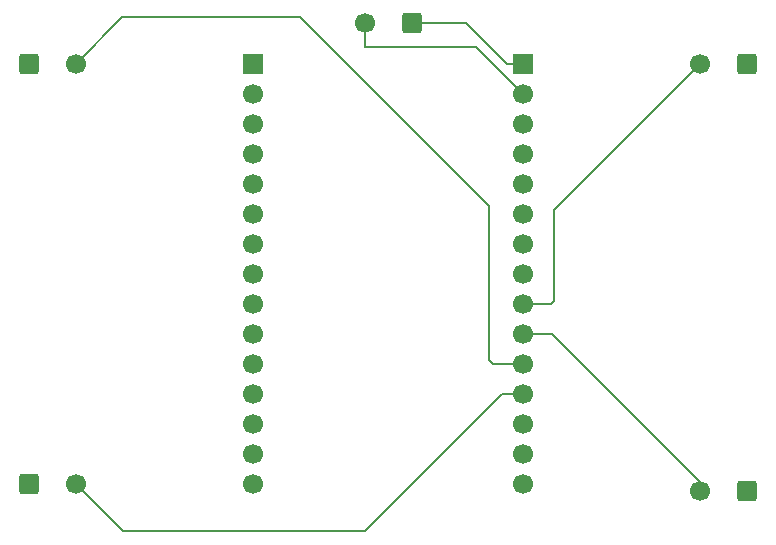
<source format=gbr>
%TF.GenerationSoftware,KiCad,Pcbnew,9.0.2*%
%TF.CreationDate,2025-06-07T15:03:37+08:00*%
%TF.ProjectId,fks-0,666b732d-302e-46b6-9963-61645f706362,rev?*%
%TF.SameCoordinates,Original*%
%TF.FileFunction,Copper,L1,Top*%
%TF.FilePolarity,Positive*%
%FSLAX46Y46*%
G04 Gerber Fmt 4.6, Leading zero omitted, Abs format (unit mm)*
G04 Created by KiCad (PCBNEW 9.0.2) date 2025-06-07 15:03:37*
%MOMM*%
%LPD*%
G01*
G04 APERTURE LIST*
G04 Aperture macros list*
%AMRoundRect*
0 Rectangle with rounded corners*
0 $1 Rounding radius*
0 $2 $3 $4 $5 $6 $7 $8 $9 X,Y pos of 4 corners*
0 Add a 4 corners polygon primitive as box body*
4,1,4,$2,$3,$4,$5,$6,$7,$8,$9,$2,$3,0*
0 Add four circle primitives for the rounded corners*
1,1,$1+$1,$2,$3*
1,1,$1+$1,$4,$5*
1,1,$1+$1,$6,$7*
1,1,$1+$1,$8,$9*
0 Add four rect primitives between the rounded corners*
20,1,$1+$1,$2,$3,$4,$5,0*
20,1,$1+$1,$4,$5,$6,$7,0*
20,1,$1+$1,$6,$7,$8,$9,0*
20,1,$1+$1,$8,$9,$2,$3,0*%
G04 Aperture macros list end*
%TA.AperFunction,ComponentPad*%
%ADD10C,1.700000*%
%TD*%
%TA.AperFunction,ComponentPad*%
%ADD11RoundRect,0.250000X0.600000X0.600000X-0.600000X0.600000X-0.600000X-0.600000X0.600000X-0.600000X0*%
%TD*%
%TA.AperFunction,ComponentPad*%
%ADD12R,1.700000X1.700000*%
%TD*%
%TA.AperFunction,ComponentPad*%
%ADD13RoundRect,0.250000X-0.600000X-0.600000X0.600000X-0.600000X0.600000X0.600000X-0.600000X0.600000X0*%
%TD*%
%TA.AperFunction,Conductor*%
%ADD14C,0.200000*%
%TD*%
G04 APERTURE END LIST*
D10*
%TO.P,M4,1,+*%
%TO.N,/D35*%
X62140000Y-143940000D03*
D11*
%TO.P,M4,2,-*%
%TO.N,/GND*%
X58140000Y-143940000D03*
%TD*%
D12*
%TO.P,J1,1,Pin_1*%
%TO.N,/3V3*%
X77140000Y-143940000D03*
D10*
%TO.P,J1,2,Pin_2*%
%TO.N,/GND*%
X77140000Y-146480000D03*
%TO.P,J1,3,Pin_3*%
%TO.N,unconnected-(J1-Pin_3-Pad3)*%
X77140000Y-149020000D03*
%TO.P,J1,4,Pin_4*%
%TO.N,unconnected-(J1-Pin_4-Pad4)*%
X77140000Y-151560000D03*
%TO.P,J1,5,Pin_5*%
%TO.N,unconnected-(J1-Pin_5-Pad5)*%
X77140000Y-154100000D03*
%TO.P,J1,6,Pin_6*%
%TO.N,unconnected-(J1-Pin_6-Pad6)*%
X77140000Y-156640000D03*
%TO.P,J1,7,Pin_7*%
%TO.N,unconnected-(J1-Pin_7-Pad7)*%
X77140000Y-159180000D03*
%TO.P,J1,8,Pin_8*%
%TO.N,unconnected-(J1-Pin_8-Pad8)*%
X77140000Y-161720000D03*
%TO.P,J1,9,Pin_9*%
%TO.N,unconnected-(J1-Pin_9-Pad9)*%
X77140000Y-164260000D03*
%TO.P,J1,10,Pin_10*%
%TO.N,unconnected-(J1-Pin_10-Pad10)*%
X77140000Y-166800000D03*
%TO.P,J1,11,Pin_11*%
%TO.N,unconnected-(J1-Pin_11-Pad11)*%
X77140000Y-169340000D03*
%TO.P,J1,12,Pin_12*%
%TO.N,unconnected-(J1-Pin_12-Pad12)*%
X77140000Y-171880000D03*
%TO.P,J1,13,Pin_13*%
%TO.N,unconnected-(J1-Pin_13-Pad13)*%
X77140000Y-174420000D03*
%TO.P,J1,14,Pin_14*%
%TO.N,unconnected-(J1-Pin_14-Pad14)*%
X77140000Y-176960000D03*
%TO.P,J1,15,Pin_15*%
%TO.N,unconnected-(J1-Pin_15-Pad15)*%
X77140000Y-179500000D03*
%TD*%
D11*
%TO.P,M3,1,+*%
%TO.N,/GND*%
X118990000Y-180100000D03*
D10*
%TO.P,M3,2,-*%
%TO.N,/D32*%
X114990000Y-180100000D03*
%TD*%
D13*
%TO.P,M1,1,+*%
%TO.N,/GND*%
X58140000Y-179500000D03*
D10*
%TO.P,M1,2,-*%
%TO.N,/D34*%
X62140000Y-179500000D03*
%TD*%
D12*
%TO.P,J2,1,Pin_1*%
%TO.N,/VIN*%
X100000000Y-143940000D03*
D10*
%TO.P,J2,2,Pin_2*%
%TO.N,/GND*%
X100000000Y-146480000D03*
%TO.P,J2,3,Pin_3*%
%TO.N,unconnected-(J2-Pin_3-Pad3)*%
X100000000Y-149020000D03*
%TO.P,J2,4,Pin_4*%
%TO.N,unconnected-(J2-Pin_4-Pad4)*%
X100000000Y-151560000D03*
%TO.P,J2,5,Pin_5*%
%TO.N,unconnected-(J2-Pin_5-Pad5)*%
X100000000Y-154100000D03*
%TO.P,J2,6,Pin_6*%
%TO.N,unconnected-(J2-Pin_6-Pad6)*%
X100000000Y-156640000D03*
%TO.P,J2,7,Pin_7*%
%TO.N,unconnected-(J2-Pin_7-Pad7)*%
X100000000Y-159180000D03*
%TO.P,J2,8,Pin_8*%
%TO.N,unconnected-(J2-Pin_8-Pad8)*%
X100000000Y-161720000D03*
%TO.P,J2,9,Pin_9*%
%TO.N,/D33*%
X100000000Y-164260000D03*
%TO.P,J2,10,Pin_10*%
%TO.N,/D32*%
X100000000Y-166800000D03*
%TO.P,J2,11,Pin_11*%
%TO.N,/D35*%
X100000000Y-169340000D03*
%TO.P,J2,12,Pin_12*%
%TO.N,/D34*%
X100000000Y-171880000D03*
%TO.P,J2,13,Pin_13*%
%TO.N,unconnected-(J2-Pin_13-Pad13)*%
X100000000Y-174420000D03*
%TO.P,J2,14,Pin_14*%
%TO.N,unconnected-(J2-Pin_14-Pad14)*%
X100000000Y-176960000D03*
%TO.P,J2,15,Pin_15*%
%TO.N,unconnected-(J2-Pin_15-Pad15)*%
X100000000Y-179500000D03*
%TD*%
D11*
%TO.P,BT1,1,+*%
%TO.N,/VIN*%
X90640000Y-140500000D03*
D10*
%TO.P,BT1,2,-*%
%TO.N,/GND*%
X86640000Y-140500000D03*
%TD*%
%TO.P,M2,1,+*%
%TO.N,/D33*%
X114990000Y-143950000D03*
D13*
%TO.P,M2,2,-*%
%TO.N,/GND*%
X118990000Y-143950000D03*
%TD*%
D14*
%TO.N,/GND*%
X96020000Y-142500000D02*
X100000000Y-146480000D01*
X86640000Y-140500000D02*
X86640000Y-142500000D01*
X86640000Y-142500000D02*
X96020000Y-142500000D01*
%TO.N,/VIN*%
X95140000Y-140500000D02*
X98640000Y-144000000D01*
X90640000Y-140500000D02*
X95140000Y-140500000D01*
X98640000Y-144000000D02*
X98700000Y-143940000D01*
X98700000Y-143940000D02*
X100000000Y-143940000D01*
%TO.N,/D32*%
X102440000Y-166800000D02*
X100000000Y-166800000D01*
X115140000Y-179500000D02*
X102440000Y-166800000D01*
%TO.N,/D35*%
X62140000Y-143940000D02*
X66080000Y-140000000D01*
X66080000Y-140000000D02*
X81140000Y-140000000D01*
X97140000Y-169000000D02*
X97480000Y-169340000D01*
X97480000Y-169340000D02*
X100000000Y-169340000D01*
X81140000Y-140000000D02*
X97140000Y-156000000D01*
X97140000Y-156000000D02*
X97140000Y-169000000D01*
%TO.N,/D34*%
X66140000Y-183500000D02*
X86640000Y-183500000D01*
X86640000Y-183500000D02*
X98260000Y-171880000D01*
X62140000Y-179500000D02*
X66140000Y-183500000D01*
X98260000Y-171880000D02*
X100000000Y-171880000D01*
%TO.N,/D33*%
X115000000Y-143940000D02*
X102640000Y-156300000D01*
X102640000Y-156300000D02*
X102640000Y-164000000D01*
X102640000Y-164000000D02*
X102380000Y-164260000D01*
X102380000Y-164260000D02*
X100000000Y-164260000D01*
%TD*%
M02*

</source>
